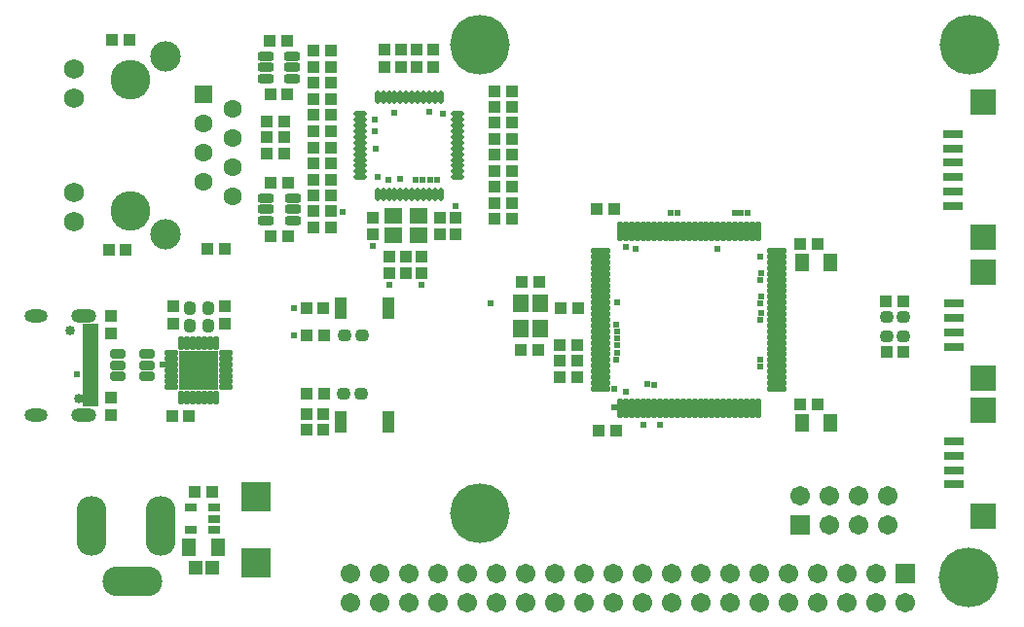
<source format=gts>
G04*
G04 #@! TF.GenerationSoftware,Altium Limited,Altium Designer,20.0.12 (288)*
G04*
G04 Layer_Color=8388736*
%FSLAX44Y44*%
%MOMM*%
G71*
G01*
G75*
%ADD38R,1.0032X1.0032*%
%ADD39R,1.2032X1.5032*%
%ADD40R,2.6032X2.6032*%
G04:AMPARAMS|DCode=41|XSize=1.1132mm|YSize=1.0332mm|CornerRadius=0.3216mm|HoleSize=0mm|Usage=FLASHONLY|Rotation=0.000|XOffset=0mm|YOffset=0mm|HoleType=Round|Shape=RoundedRectangle|*
%AMROUNDEDRECTD41*
21,1,1.1132,0.3901,0,0,0.0*
21,1,0.4701,1.0332,0,0,0.0*
1,1,0.6431,0.2351,-0.1951*
1,1,0.6431,-0.2351,-0.1951*
1,1,0.6431,-0.2351,0.1951*
1,1,0.6431,0.2351,0.1951*
%
%ADD41ROUNDEDRECTD41*%
%ADD42R,1.7032X0.7032*%
%ADD43R,2.2032X2.2032*%
G04:AMPARAMS|DCode=44|XSize=0.8032mm|YSize=1.4032mm|CornerRadius=0.2516mm|HoleSize=0mm|Usage=FLASHONLY|Rotation=270.000|XOffset=0mm|YOffset=0mm|HoleType=Round|Shape=RoundedRectangle|*
%AMROUNDEDRECTD44*
21,1,0.8032,0.9000,0,0,270.0*
21,1,0.3000,1.4032,0,0,270.0*
1,1,0.5032,-0.4500,-0.1500*
1,1,0.5032,-0.4500,0.1500*
1,1,0.5032,0.4500,0.1500*
1,1,0.5032,0.4500,-0.1500*
%
%ADD44ROUNDEDRECTD44*%
%ADD45R,1.0032X1.0032*%
%ADD46R,1.6032X1.4032*%
%ADD47R,1.3432X0.5032*%
%ADD48R,1.1032X1.9032*%
G04:AMPARAMS|DCode=49|XSize=1.4132mm|YSize=0.7932mm|CornerRadius=0.1754mm|HoleSize=0mm|Usage=FLASHONLY|Rotation=0.000|XOffset=0mm|YOffset=0mm|HoleType=Round|Shape=RoundedRectangle|*
%AMROUNDEDRECTD49*
21,1,1.4132,0.4425,0,0,0.0*
21,1,1.0625,0.7932,0,0,0.0*
1,1,0.3507,0.5313,-0.2213*
1,1,0.3507,-0.5313,-0.2213*
1,1,0.3507,-0.5313,0.2213*
1,1,0.3507,0.5313,0.2213*
%
%ADD49ROUNDEDRECTD49*%
%ADD50R,1.4032X1.6032*%
G04:AMPARAMS|DCode=51|XSize=1.1132mm|YSize=1.0332mm|CornerRadius=0.3216mm|HoleSize=0mm|Usage=FLASHONLY|Rotation=270.000|XOffset=0mm|YOffset=0mm|HoleType=Round|Shape=RoundedRectangle|*
%AMROUNDEDRECTD51*
21,1,1.1132,0.3901,0,0,270.0*
21,1,0.4701,1.0332,0,0,270.0*
1,1,0.6431,-0.1951,-0.2351*
1,1,0.6431,-0.1951,0.2351*
1,1,0.6431,0.1951,0.2351*
1,1,0.6431,0.1951,-0.2351*
%
%ADD51ROUNDEDRECTD51*%
G04:AMPARAMS|DCode=52|XSize=1.7632mm|YSize=0.4832mm|CornerRadius=0.1716mm|HoleSize=0mm|Usage=FLASHONLY|Rotation=90.000|XOffset=0mm|YOffset=0mm|HoleType=Round|Shape=RoundedRectangle|*
%AMROUNDEDRECTD52*
21,1,1.7632,0.1400,0,0,90.0*
21,1,1.4200,0.4832,0,0,90.0*
1,1,0.3432,0.0700,0.7100*
1,1,0.3432,0.0700,-0.7100*
1,1,0.3432,-0.0700,-0.7100*
1,1,0.3432,-0.0700,0.7100*
%
%ADD52ROUNDEDRECTD52*%
G04:AMPARAMS|DCode=53|XSize=1.7632mm|YSize=0.4832mm|CornerRadius=0.1716mm|HoleSize=0mm|Usage=FLASHONLY|Rotation=0.000|XOffset=0mm|YOffset=0mm|HoleType=Round|Shape=RoundedRectangle|*
%AMROUNDEDRECTD53*
21,1,1.7632,0.1400,0,0,0.0*
21,1,1.4200,0.4832,0,0,0.0*
1,1,0.3432,0.7100,-0.0700*
1,1,0.3432,-0.7100,-0.0700*
1,1,0.3432,-0.7100,0.0700*
1,1,0.3432,0.7100,0.0700*
%
%ADD53ROUNDEDRECTD53*%
G04:AMPARAMS|DCode=54|XSize=0.4432mm|YSize=1.2032mm|CornerRadius=0.1616mm|HoleSize=0mm|Usage=FLASHONLY|Rotation=0.000|XOffset=0mm|YOffset=0mm|HoleType=Round|Shape=RoundedRectangle|*
%AMROUNDEDRECTD54*
21,1,0.4432,0.8800,0,0,0.0*
21,1,0.1200,1.2032,0,0,0.0*
1,1,0.3232,0.0600,-0.4400*
1,1,0.3232,-0.0600,-0.4400*
1,1,0.3232,-0.0600,0.4400*
1,1,0.3232,0.0600,0.4400*
%
%ADD54ROUNDEDRECTD54*%
G04:AMPARAMS|DCode=55|XSize=0.4432mm|YSize=1.2032mm|CornerRadius=0.1616mm|HoleSize=0mm|Usage=FLASHONLY|Rotation=270.000|XOffset=0mm|YOffset=0mm|HoleType=Round|Shape=RoundedRectangle|*
%AMROUNDEDRECTD55*
21,1,0.4432,0.8800,0,0,270.0*
21,1,0.1200,1.2032,0,0,270.0*
1,1,0.3232,-0.4400,-0.0600*
1,1,0.3232,-0.4400,0.0600*
1,1,0.3232,0.4400,0.0600*
1,1,0.3232,0.4400,-0.0600*
%
%ADD55ROUNDEDRECTD55*%
%ADD56R,1.2032X1.1732*%
%ADD57R,3.3532X3.3532*%
G04:AMPARAMS|DCode=58|XSize=1.1732mm|YSize=0.4632mm|CornerRadius=0.1341mm|HoleSize=0mm|Usage=FLASHONLY|Rotation=0.000|XOffset=0mm|YOffset=0mm|HoleType=Round|Shape=RoundedRectangle|*
%AMROUNDEDRECTD58*
21,1,1.1732,0.1950,0,0,0.0*
21,1,0.9050,0.4632,0,0,0.0*
1,1,0.2682,0.4525,-0.0975*
1,1,0.2682,-0.4525,-0.0975*
1,1,0.2682,-0.4525,0.0975*
1,1,0.2682,0.4525,0.0975*
%
%ADD58ROUNDEDRECTD58*%
G04:AMPARAMS|DCode=59|XSize=1.1732mm|YSize=0.4632mm|CornerRadius=0.1341mm|HoleSize=0mm|Usage=FLASHONLY|Rotation=90.000|XOffset=0mm|YOffset=0mm|HoleType=Round|Shape=RoundedRectangle|*
%AMROUNDEDRECTD59*
21,1,1.1732,0.1950,0,0,90.0*
21,1,0.9050,0.4632,0,0,90.0*
1,1,0.2682,0.0975,0.4525*
1,1,0.2682,0.0975,-0.4525*
1,1,0.2682,-0.0975,-0.4525*
1,1,0.2682,-0.0975,0.4525*
%
%ADD59ROUNDEDRECTD59*%
%ADD60R,1.1032X0.8032*%
%ADD61C,5.2032*%
%ADD62R,1.7032X1.7032*%
%ADD63C,1.7032*%
%ADD64O,5.2032X2.6032*%
%ADD65O,2.6032X5.2032*%
%ADD66R,1.6012X1.6012*%
%ADD67C,1.6012*%
%ADD68C,1.7332*%
%ADD69C,2.6482*%
%ADD70C,3.4532*%
%ADD71C,0.8532*%
%ADD72O,2.2032X1.2032*%
%ADD73O,2.0032X1.1032*%
%ADD74C,0.6032*%
D38*
X1065000Y783000D02*
D03*
X1080000D02*
D03*
X1065000Y769000D02*
D03*
X1080000D02*
D03*
X1065000Y755000D02*
D03*
X1080000D02*
D03*
X1289223Y731500D02*
D03*
X1274222D02*
D03*
X850732Y927000D02*
D03*
X865732D02*
D03*
X850732Y941000D02*
D03*
X865732D02*
D03*
Y1025250D02*
D03*
X850732D02*
D03*
X850750Y969000D02*
D03*
X865750D02*
D03*
X825000Y977500D02*
D03*
X810000D02*
D03*
X865732Y899250D02*
D03*
X850732D02*
D03*
X828483Y924250D02*
D03*
X813483D02*
D03*
X828483Y877750D02*
D03*
X813483D02*
D03*
X865732Y913250D02*
D03*
X850732D02*
D03*
Y1011250D02*
D03*
X865732D02*
D03*
X812732Y1047500D02*
D03*
X827732D02*
D03*
X810000Y963750D02*
D03*
X825000D02*
D03*
X812982Y1001500D02*
D03*
X827982D02*
D03*
X773500Y866250D02*
D03*
X758500D02*
D03*
X850732Y983000D02*
D03*
X865732D02*
D03*
X850750Y955000D02*
D03*
X865750D02*
D03*
X1007982Y892500D02*
D03*
X1022982D02*
D03*
X1007982Y906500D02*
D03*
X1022982D02*
D03*
X1007982Y920500D02*
D03*
X1022982D02*
D03*
X1007982Y934500D02*
D03*
X1022982D02*
D03*
X1007982Y948500D02*
D03*
X1022982D02*
D03*
X1007982Y962250D02*
D03*
X1022982D02*
D03*
X1007982Y976250D02*
D03*
X1022982D02*
D03*
X1007982Y1004000D02*
D03*
X1022982D02*
D03*
X1007982Y990250D02*
D03*
X1022982D02*
D03*
X859500Y791000D02*
D03*
X844500D02*
D03*
X1097250Y901000D02*
D03*
X1112250D02*
D03*
X1031280Y778360D02*
D03*
X1046280D02*
D03*
X1046780Y837610D02*
D03*
X1031780D02*
D03*
X1065500Y814500D02*
D03*
X1080500D02*
D03*
X1098750Y708500D02*
D03*
X1113750D02*
D03*
X1289223Y871000D02*
D03*
X1274222D02*
D03*
X859500Y740000D02*
D03*
X844500D02*
D03*
X1348850Y777000D02*
D03*
X1363850D02*
D03*
X1348750Y821000D02*
D03*
X1363750D02*
D03*
X859430Y708930D02*
D03*
X844430D02*
D03*
Y815066D02*
D03*
X859430D02*
D03*
X844430Y722930D02*
D03*
X859430D02*
D03*
X850732Y997250D02*
D03*
X865732D02*
D03*
X850732Y1039250D02*
D03*
X865732D02*
D03*
X687500Y865750D02*
D03*
X672500D02*
D03*
X690500Y1048250D02*
D03*
X675500D02*
D03*
X865732Y885250D02*
D03*
X850732D02*
D03*
X825000Y949750D02*
D03*
X810000D02*
D03*
X727500Y721000D02*
D03*
X742500D02*
D03*
X762500Y655000D02*
D03*
X747500D02*
D03*
D39*
X1275500Y715250D02*
D03*
X1300500D02*
D03*
X1275500Y854750D02*
D03*
X1300500D02*
D03*
X742500Y606250D02*
D03*
X767500D02*
D03*
D40*
X801000Y651000D02*
D03*
Y593000D02*
D03*
D41*
X1348850Y790750D02*
D03*
X1363850D02*
D03*
X1348850Y807250D02*
D03*
X1363850D02*
D03*
X877500Y791000D02*
D03*
X892500D02*
D03*
X877000Y740250D02*
D03*
X892000D02*
D03*
D42*
X1407123Y966560D02*
D03*
Y954060D02*
D03*
Y941560D02*
D03*
Y929060D02*
D03*
Y916560D02*
D03*
Y904060D02*
D03*
X1407310Y661260D02*
D03*
Y673760D02*
D03*
Y686260D02*
D03*
Y698760D02*
D03*
Y781270D02*
D03*
Y793770D02*
D03*
Y806270D02*
D03*
Y818770D02*
D03*
D43*
X1432923Y876560D02*
D03*
Y994060D02*
D03*
X1433110Y726260D02*
D03*
Y633760D02*
D03*
Y846270D02*
D03*
Y753770D02*
D03*
D44*
X809482Y910500D02*
D03*
Y901000D02*
D03*
Y891500D02*
D03*
X832483D02*
D03*
Y901000D02*
D03*
Y910500D02*
D03*
X808732Y1034000D02*
D03*
Y1024500D02*
D03*
Y1015000D02*
D03*
X831732D02*
D03*
Y1024500D02*
D03*
Y1034000D02*
D03*
D45*
X902483Y879000D02*
D03*
Y894000D02*
D03*
X974232D02*
D03*
Y879000D02*
D03*
X728750Y816250D02*
D03*
Y801250D02*
D03*
X773250Y816500D02*
D03*
Y801500D02*
D03*
X954482Y1039750D02*
D03*
Y1024750D02*
D03*
X960232Y894000D02*
D03*
Y879000D02*
D03*
X940732Y1039750D02*
D03*
Y1024750D02*
D03*
X930732Y845000D02*
D03*
Y860000D02*
D03*
X926732Y1039750D02*
D03*
Y1024750D02*
D03*
X944733Y845000D02*
D03*
Y860000D02*
D03*
X916732Y845000D02*
D03*
Y860000D02*
D03*
X912732Y1039750D02*
D03*
Y1024750D02*
D03*
X674500Y793250D02*
D03*
Y808250D02*
D03*
X674750Y721750D02*
D03*
Y736750D02*
D03*
D46*
X919983Y878000D02*
D03*
X941982D02*
D03*
Y895000D02*
D03*
X919983D02*
D03*
D47*
X656870Y767760D02*
D03*
Y772760D02*
D03*
Y777760D02*
D03*
Y782760D02*
D03*
Y787760D02*
D03*
Y790760D02*
D03*
Y795760D02*
D03*
Y798760D02*
D03*
Y762760D02*
D03*
Y757760D02*
D03*
Y752760D02*
D03*
Y747760D02*
D03*
Y742760D02*
D03*
Y739760D02*
D03*
Y734760D02*
D03*
Y731760D02*
D03*
D48*
X874680Y815180D02*
D03*
X915680D02*
D03*
X874680Y715930D02*
D03*
X915680D02*
D03*
D49*
X680450Y774750D02*
D03*
Y765250D02*
D03*
Y755750D02*
D03*
X705550D02*
D03*
Y765250D02*
D03*
Y774750D02*
D03*
D50*
X1030530Y818860D02*
D03*
Y796860D02*
D03*
X1047530D02*
D03*
Y818860D02*
D03*
D51*
X759200Y814500D02*
D03*
Y799500D02*
D03*
X742750Y814500D02*
D03*
Y799500D02*
D03*
D52*
X1117200Y881550D02*
D03*
X1122200D02*
D03*
X1127200D02*
D03*
X1132200D02*
D03*
X1137200D02*
D03*
X1142200D02*
D03*
X1147200D02*
D03*
X1152200D02*
D03*
X1157200D02*
D03*
X1162200D02*
D03*
X1167200D02*
D03*
X1172200D02*
D03*
X1177200D02*
D03*
X1182200D02*
D03*
X1187200D02*
D03*
X1192200D02*
D03*
X1197200D02*
D03*
X1202200D02*
D03*
X1207200D02*
D03*
X1212200D02*
D03*
X1217200D02*
D03*
X1222200D02*
D03*
X1227200D02*
D03*
X1232200D02*
D03*
X1237200D02*
D03*
Y727950D02*
D03*
X1232200D02*
D03*
X1227200D02*
D03*
X1222200D02*
D03*
X1217200D02*
D03*
X1212200D02*
D03*
X1207200D02*
D03*
X1202200D02*
D03*
X1197200D02*
D03*
X1192200D02*
D03*
X1187200D02*
D03*
X1182200D02*
D03*
X1177200D02*
D03*
X1172200D02*
D03*
X1167200D02*
D03*
X1162200D02*
D03*
X1157200D02*
D03*
X1152200D02*
D03*
X1147200D02*
D03*
X1142200D02*
D03*
X1137200D02*
D03*
X1132200D02*
D03*
X1127200D02*
D03*
X1122200D02*
D03*
X1117200D02*
D03*
D53*
X1254000Y864750D02*
D03*
Y859750D02*
D03*
Y854750D02*
D03*
Y849750D02*
D03*
Y844750D02*
D03*
Y839750D02*
D03*
Y834750D02*
D03*
Y829750D02*
D03*
Y824750D02*
D03*
Y819750D02*
D03*
Y814750D02*
D03*
Y809750D02*
D03*
Y804750D02*
D03*
Y799750D02*
D03*
Y794750D02*
D03*
Y789750D02*
D03*
Y784750D02*
D03*
Y779750D02*
D03*
Y774750D02*
D03*
Y769750D02*
D03*
Y764750D02*
D03*
Y759750D02*
D03*
Y754750D02*
D03*
Y749750D02*
D03*
Y744750D02*
D03*
X1100400D02*
D03*
Y749750D02*
D03*
Y754750D02*
D03*
Y759750D02*
D03*
Y764750D02*
D03*
Y769750D02*
D03*
Y774750D02*
D03*
Y779750D02*
D03*
Y784750D02*
D03*
Y789750D02*
D03*
Y794750D02*
D03*
Y799750D02*
D03*
Y804750D02*
D03*
Y809750D02*
D03*
Y814750D02*
D03*
Y819750D02*
D03*
Y824750D02*
D03*
Y829750D02*
D03*
Y834750D02*
D03*
Y839750D02*
D03*
Y844750D02*
D03*
Y849750D02*
D03*
Y854750D02*
D03*
Y859750D02*
D03*
Y864750D02*
D03*
D54*
X961232Y999000D02*
D03*
X956232D02*
D03*
X951232D02*
D03*
X946232D02*
D03*
X941233D02*
D03*
X936233D02*
D03*
X931233D02*
D03*
X926233D02*
D03*
X921233D02*
D03*
X916233D02*
D03*
X911233D02*
D03*
X906233D02*
D03*
Y914000D02*
D03*
X911233D02*
D03*
X916233D02*
D03*
X921233D02*
D03*
X926233D02*
D03*
X931233D02*
D03*
X936233D02*
D03*
X941233D02*
D03*
X946232D02*
D03*
X951232D02*
D03*
X956232D02*
D03*
X961232D02*
D03*
D55*
X891233Y984000D02*
D03*
Y979000D02*
D03*
Y974000D02*
D03*
Y969000D02*
D03*
Y964000D02*
D03*
Y959000D02*
D03*
Y954000D02*
D03*
Y949000D02*
D03*
Y944000D02*
D03*
Y939000D02*
D03*
Y934000D02*
D03*
Y929000D02*
D03*
X976232D02*
D03*
Y934000D02*
D03*
Y939000D02*
D03*
Y944000D02*
D03*
Y949000D02*
D03*
Y954000D02*
D03*
Y959000D02*
D03*
Y964000D02*
D03*
Y969000D02*
D03*
Y974000D02*
D03*
Y979000D02*
D03*
Y984000D02*
D03*
D56*
X748050Y589000D02*
D03*
X762750D02*
D03*
D57*
X750750Y761000D02*
D03*
D58*
X774450Y776000D02*
D03*
Y771000D02*
D03*
Y766000D02*
D03*
Y761000D02*
D03*
Y756000D02*
D03*
Y751000D02*
D03*
Y746000D02*
D03*
X727050D02*
D03*
Y751000D02*
D03*
Y756000D02*
D03*
Y761000D02*
D03*
Y766000D02*
D03*
Y771000D02*
D03*
Y776000D02*
D03*
D59*
X735750Y784700D02*
D03*
X740750D02*
D03*
X745750D02*
D03*
X750750D02*
D03*
X755750D02*
D03*
X760750D02*
D03*
X765750D02*
D03*
Y737300D02*
D03*
X760750D02*
D03*
X755750D02*
D03*
X750750D02*
D03*
X745750D02*
D03*
X740750D02*
D03*
X735750D02*
D03*
D60*
X764250Y631500D02*
D03*
Y641000D02*
D03*
Y622000D02*
D03*
X744250D02*
D03*
Y641000D02*
D03*
D61*
X995250Y636500D02*
D03*
Y1044750D02*
D03*
X1421250D02*
D03*
X1420500Y580000D02*
D03*
D62*
X1273600Y626100D02*
D03*
X1365650Y584150D02*
D03*
D63*
X1299000Y626100D02*
D03*
X1324400D02*
D03*
X1349800D02*
D03*
X1273600Y651500D02*
D03*
X1299000D02*
D03*
X1324400D02*
D03*
X1349800D02*
D03*
X1340250Y584150D02*
D03*
X1314850D02*
D03*
X1289450D02*
D03*
X1264050D02*
D03*
X1238650D02*
D03*
X1213250D02*
D03*
X1187850D02*
D03*
X1162450D02*
D03*
X1137050D02*
D03*
X1111650D02*
D03*
X1086250D02*
D03*
X1060850D02*
D03*
X1035450D02*
D03*
X1010050D02*
D03*
X984650D02*
D03*
X959250D02*
D03*
X933850D02*
D03*
X908450D02*
D03*
X883050D02*
D03*
X1365650Y558750D02*
D03*
X1340250D02*
D03*
X1314850D02*
D03*
X1289450D02*
D03*
X1264050D02*
D03*
X1238650D02*
D03*
X1213250D02*
D03*
X1187850D02*
D03*
X1162450D02*
D03*
X1137050D02*
D03*
X1111650D02*
D03*
X1086250D02*
D03*
X1060850D02*
D03*
X1035450D02*
D03*
X1010050D02*
D03*
X984650D02*
D03*
X959250D02*
D03*
X933850D02*
D03*
X908450D02*
D03*
X883050D02*
D03*
D64*
X692687Y577050D02*
D03*
D65*
X717687Y625050D02*
D03*
X657687D02*
D03*
D66*
X754976Y1001400D02*
D03*
D67*
X780376Y988700D02*
D03*
X754976Y976000D02*
D03*
X780376Y963300D02*
D03*
X754976Y950600D02*
D03*
X780376Y937900D02*
D03*
X754976Y925200D02*
D03*
X780376Y912500D02*
D03*
D68*
X642476Y1023150D02*
D03*
Y997750D02*
D03*
Y890650D02*
D03*
Y916050D02*
D03*
D69*
X721976Y1034350D02*
D03*
Y879450D02*
D03*
D70*
X691476Y899750D02*
D03*
Y1014050D02*
D03*
D71*
X639090Y795740D02*
D03*
X646170Y736360D02*
D03*
D72*
X650970Y808510D02*
D03*
Y722010D02*
D03*
D73*
X609170Y808510D02*
D03*
Y722010D02*
D03*
D74*
X1047500Y822750D02*
D03*
X738812Y767000D02*
D03*
Y760938D02*
D03*
Y754875D02*
D03*
X1130500Y866500D02*
D03*
X876310Y899000D02*
D03*
X1137955Y713290D02*
D03*
X1228250Y897500D02*
D03*
X1222436Y897580D02*
D03*
X1216937Y897496D02*
D03*
X1239891Y825105D02*
D03*
X1239343Y764301D02*
D03*
X1239993Y810554D02*
D03*
X1239617Y845120D02*
D03*
X1146839Y748216D02*
D03*
X1162100Y876096D02*
D03*
X1239500Y804500D02*
D03*
X1152045Y713182D02*
D03*
X1239500Y839250D02*
D03*
X1202000Y866750D02*
D03*
X1239500Y770000D02*
D03*
Y818750D02*
D03*
X1140568Y748690D02*
D03*
X1408254Y686260D02*
D03*
X1167250Y898000D02*
D03*
X1161250D02*
D03*
X1408254Y698760D02*
D03*
X1408060Y929060D02*
D03*
Y941560D02*
D03*
Y954060D02*
D03*
Y966560D02*
D03*
X1122250Y868250D02*
D03*
X1114750Y819750D02*
D03*
X1114250Y800500D02*
D03*
X1114554Y794539D02*
D03*
X1004750Y819500D02*
D03*
X1112480Y728270D02*
D03*
X1112000Y744750D02*
D03*
X915680Y715930D02*
D03*
X742750Y799500D02*
D03*
X759200Y799500D02*
D03*
X1114514Y775652D02*
D03*
X1114725Y788479D02*
D03*
X1114583Y782412D02*
D03*
X945558Y926777D02*
D03*
X939250Y926750D02*
D03*
X944500Y835250D02*
D03*
X958000Y926750D02*
D03*
X951750D02*
D03*
X1114250Y769750D02*
D03*
X1122250Y742000D02*
D03*
X906250Y929520D02*
D03*
X850732Y885250D02*
D03*
X926732Y1039750D02*
D03*
X915750Y927000D02*
D03*
X645000Y757750D02*
D03*
X680450Y774750D02*
D03*
X903948Y968770D02*
D03*
X1098750Y708500D02*
D03*
X904500Y953750D02*
D03*
X951250Y985750D02*
D03*
X963000Y984000D02*
D03*
X926250Y927250D02*
D03*
X904250Y979000D02*
D03*
X921250Y985500D02*
D03*
X1433860Y876560D02*
D03*
X719520Y766000D02*
D03*
X954482Y1039750D02*
D03*
X912732D02*
D03*
X1022982Y906500D02*
D03*
Y920500D02*
D03*
Y962250D02*
D03*
Y948500D02*
D03*
Y934500D02*
D03*
X1239500Y859750D02*
D03*
X1289223Y731500D02*
D03*
X1300500Y715250D02*
D03*
X1433110Y633760D02*
D03*
X1408254Y661260D02*
D03*
X1433110Y726260D02*
D03*
X1408060Y904060D02*
D03*
X1433860Y994060D02*
D03*
X1433110Y846270D02*
D03*
Y753770D02*
D03*
X1407310Y781270D02*
D03*
X1363850Y777000D02*
D03*
X1363750Y821000D02*
D03*
X1300500Y854750D02*
D03*
X1289223Y871000D02*
D03*
X1097250Y901000D02*
D03*
X1046780Y837610D02*
D03*
X1031280Y778360D02*
D03*
X1065000Y755000D02*
D03*
Y769000D02*
D03*
X1065500Y814500D02*
D03*
X1065000Y783000D02*
D03*
X1030530Y796860D02*
D03*
X844500Y740000D02*
D03*
X844430Y722930D02*
D03*
X767500Y606250D02*
D03*
X764250Y631500D02*
D03*
X801000Y651000D02*
D03*
X762500Y655000D02*
D03*
X756625Y754875D02*
D03*
Y773063D02*
D03*
Y767000D02*
D03*
Y760938D02*
D03*
Y748812D02*
D03*
X744750Y754875D02*
D03*
X750687D02*
D03*
X762562D02*
D03*
X738812Y748812D02*
D03*
X744750D02*
D03*
X750687D02*
D03*
X762562D02*
D03*
X744750Y760938D02*
D03*
X750687D02*
D03*
X762562D02*
D03*
X744750Y767000D02*
D03*
X750687D02*
D03*
X762562D02*
D03*
Y773063D02*
D03*
X750687D02*
D03*
X744750D02*
D03*
X738812D02*
D03*
X728750Y801250D02*
D03*
X773250Y801500D02*
D03*
X705550Y765250D02*
D03*
X674750Y721750D02*
D03*
X656870Y731760D02*
D03*
Y798760D02*
D03*
X674500Y808250D02*
D03*
X687500Y865750D02*
D03*
X690500Y1048250D02*
D03*
X773500Y866250D02*
D03*
X809482Y901000D02*
D03*
X825000Y977500D02*
D03*
X808732Y1024500D02*
D03*
X865732Y1025250D02*
D03*
X850732Y997250D02*
D03*
Y983000D02*
D03*
X850750Y955000D02*
D03*
X825000Y949750D02*
D03*
X850750Y969000D02*
D03*
X850732Y941000D02*
D03*
Y927000D02*
D03*
X902250Y868750D02*
D03*
X941982Y878000D02*
D03*
X919983Y895000D02*
D03*
X974000Y903500D02*
D03*
X916750Y835250D02*
D03*
X834000Y791000D02*
D03*
Y815000D02*
D03*
M02*

</source>
